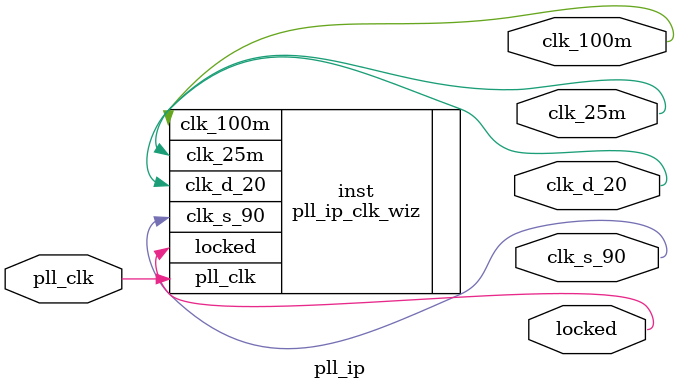
<source format=v>


`timescale 1ps/1ps

(* CORE_GENERATION_INFO = "pll_ip,clk_wiz_v6_0_2_0_0,{component_name=pll_ip,use_phase_alignment=true,use_min_o_jitter=false,use_max_i_jitter=false,use_dyn_phase_shift=false,use_inclk_switchover=false,use_dyn_reconfig=false,enable_axi=0,feedback_source=FDBK_AUTO,PRIMITIVE=PLL,num_out_clk=4,clkin1_period=20.000,clkin2_period=10.0,use_power_down=false,use_reset=false,use_locked=true,use_inclk_stopped=false,feedback_type=SINGLE,CLOCK_MGR_TYPE=NA,manual_override=false}" *)

module pll_ip 
 (
  // Clock out ports
  output        clk_100m,
  output        clk_25m,
  output        clk_s_90,
  output        clk_d_20,
  // Status and control signals
  output        locked,
 // Clock in ports
  input         pll_clk
 );

  pll_ip_clk_wiz inst
  (
  // Clock out ports  
  .clk_100m(clk_100m),
  .clk_25m(clk_25m),
  .clk_s_90(clk_s_90),
  .clk_d_20(clk_d_20),
  // Status and control signals               
  .locked(locked),
 // Clock in ports
  .pll_clk(pll_clk)
  );

endmodule

</source>
